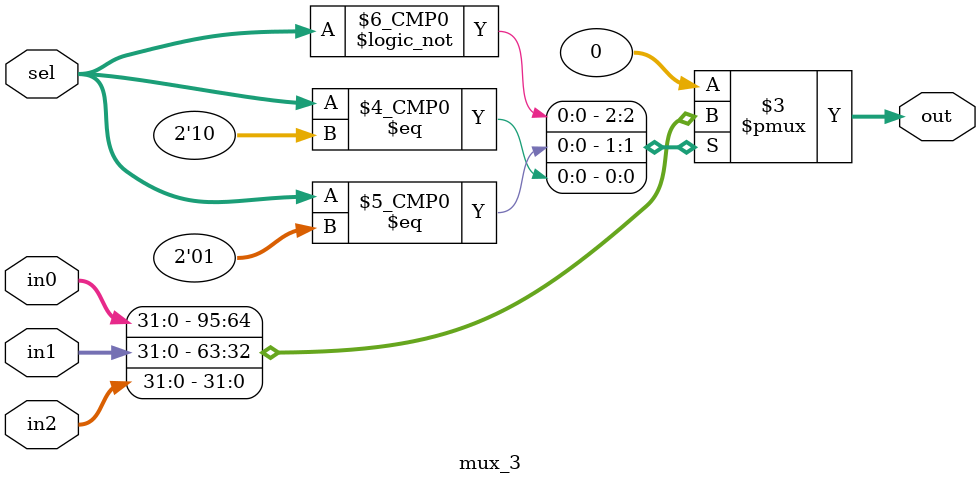
<source format=sv>
module mux_3 (
    input [31:0] in0,
    input [31:0] in1,
    input [31:0] in2,
    input [1:0] sel,
    output logic [31:0] out
);

always_comb begin
    case (sel)
        2'b00: out = in0 ;
        2'b01: out = in1;
        2'b10: out = in2;
        default: out = 32'b0;
    endcase
end

endmodule
</source>
